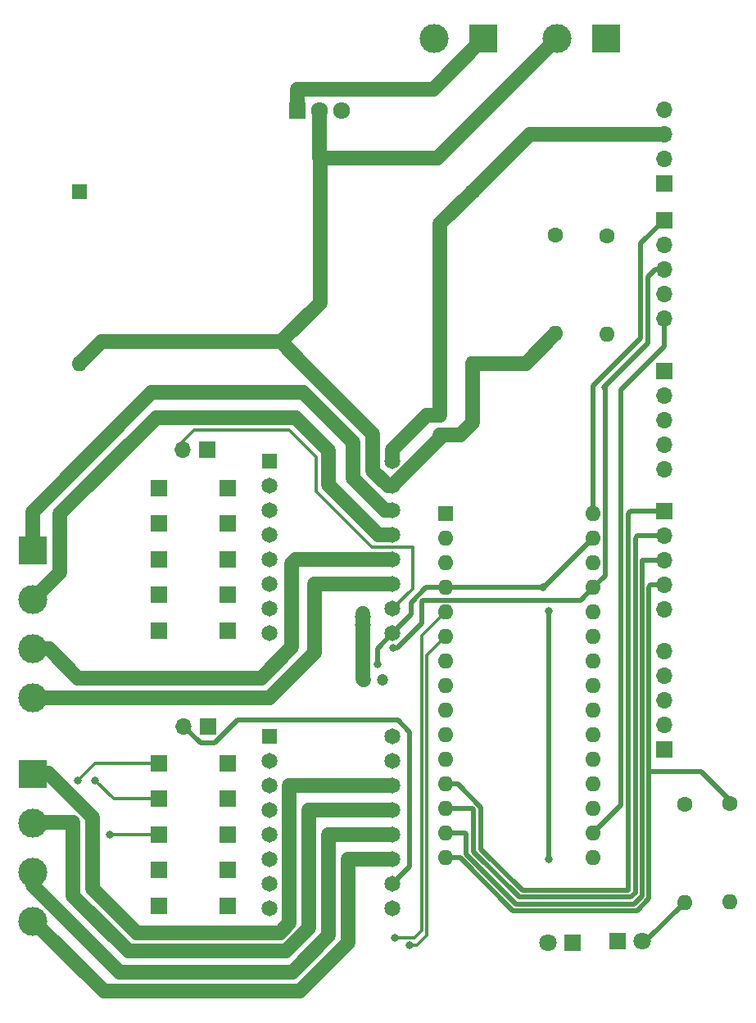
<source format=gbr>
%TF.GenerationSoftware,KiCad,Pcbnew,7.0.8*%
%TF.CreationDate,2024-03-19T23:20:07-04:00*%
%TF.ProjectId,TechDevPCB,54656368-4465-4765-9043-422e6b696361,rev?*%
%TF.SameCoordinates,Original*%
%TF.FileFunction,Copper,L2,Bot*%
%TF.FilePolarity,Positive*%
%FSLAX46Y46*%
G04 Gerber Fmt 4.6, Leading zero omitted, Abs format (unit mm)*
G04 Created by KiCad (PCBNEW 7.0.8) date 2024-03-19 23:20:07*
%MOMM*%
%LPD*%
G01*
G04 APERTURE LIST*
%TA.AperFunction,ComponentPad*%
%ADD10C,1.600000*%
%TD*%
%TA.AperFunction,ComponentPad*%
%ADD11O,1.600000X1.600000*%
%TD*%
%TA.AperFunction,ComponentPad*%
%ADD12R,1.700000X1.700000*%
%TD*%
%TA.AperFunction,ComponentPad*%
%ADD13R,3.000000X3.000000*%
%TD*%
%TA.AperFunction,ComponentPad*%
%ADD14C,3.000000*%
%TD*%
%TA.AperFunction,ComponentPad*%
%ADD15O,1.700000X1.700000*%
%TD*%
%TA.AperFunction,ComponentPad*%
%ADD16R,1.717500X1.800000*%
%TD*%
%TA.AperFunction,ComponentPad*%
%ADD17O,1.717500X1.800000*%
%TD*%
%TA.AperFunction,ComponentPad*%
%ADD18C,1.200000*%
%TD*%
%TA.AperFunction,ComponentPad*%
%ADD19R,1.650000X1.650000*%
%TD*%
%TA.AperFunction,ComponentPad*%
%ADD20C,1.650000*%
%TD*%
%TA.AperFunction,ComponentPad*%
%ADD21R,1.600000X1.600000*%
%TD*%
%TA.AperFunction,ComponentPad*%
%ADD22R,1.800000X1.800000*%
%TD*%
%TA.AperFunction,ComponentPad*%
%ADD23C,1.800000*%
%TD*%
%TA.AperFunction,ViaPad*%
%ADD24C,0.800000*%
%TD*%
%TA.AperFunction,Conductor*%
%ADD25C,0.500000*%
%TD*%
%TA.AperFunction,Conductor*%
%ADD26C,0.300000*%
%TD*%
%TA.AperFunction,Conductor*%
%ADD27C,1.500000*%
%TD*%
G04 APERTURE END LIST*
D10*
%TO.P,R2,1*%
%TO.N,A7*%
X167640000Y-65049400D03*
D11*
%TO.P,R2,2*%
%TO.N,GND2*%
X167640000Y-75209400D03*
%TD*%
D12*
%TO.P,J26,1,Pin_1*%
%TO.N,A1*%
X126669800Y-123317000D03*
%TD*%
D13*
%TO.P,J2,1,Pin_1*%
%TO.N,Net-(J1-Pin_2)*%
X172897800Y-44704000D03*
D14*
%TO.P,J2,2,Pin_2*%
%TO.N,GND2*%
X167817800Y-44704000D03*
%TD*%
D12*
%TO.P,J6,1,Pin_1*%
%TO.N,VIN*%
X178866800Y-63500000D03*
D15*
%TO.P,J6,2,Pin_2*%
%TO.N,+5V*%
X178866800Y-66040000D03*
%TO.P,J6,3,Pin_3*%
X178866800Y-68580000D03*
%TO.P,J6,4,Pin_4*%
%TO.N,+3.3V*%
X178866800Y-71120000D03*
%TO.P,J6,5,Pin_5*%
X178866800Y-73660000D03*
%TD*%
D16*
%TO.P,Q1,1,D*%
%TO.N,Net-(J1-Pin_1)*%
X140970000Y-52120800D03*
D17*
%TO.P,Q1,2,G*%
%TO.N,GND2*%
X143260000Y-52120800D03*
%TO.P,Q1,3,S*%
%TO.N,+BATT*%
X145550000Y-52120800D03*
%TD*%
D12*
%TO.P,J31,1,Pin_1*%
%TO.N,AX2_STEP*%
X133781800Y-130683000D03*
%TD*%
D18*
%TO.P,C1,1*%
%TO.N,+24V*%
X155702000Y-83667600D03*
%TO.P,C1,2*%
%TO.N,GND2*%
X155702000Y-85667600D03*
%TD*%
D12*
%TO.P,J30,1,Pin_1*%
%TO.N,D5*%
X126669800Y-130683000D03*
%TD*%
%TO.P,J8,1,Pin_1*%
%TO.N,D1*%
X178866800Y-79121000D03*
D15*
%TO.P,J8,2,Pin_2*%
%TO.N,D0*%
X178866800Y-81661000D03*
%TO.P,J8,3,Pin_3*%
%TO.N,D6*%
X178866800Y-84201000D03*
%TO.P,J8,4,Pin_4*%
%TO.N,D7*%
X178866800Y-86741000D03*
%TO.P,J8,5,Pin_5*%
%TO.N,D8*%
X178866800Y-89281000D03*
%TD*%
D18*
%TO.P,C2,1*%
%TO.N,+BATT*%
X149783800Y-110998000D03*
%TO.P,C2,2*%
%TO.N,GND2*%
X147783800Y-110998000D03*
%TD*%
D12*
%TO.P,J18,1,Pin_1*%
%TO.N,D3*%
X126669800Y-102235000D03*
%TD*%
D13*
%TO.P,J12,1,Pin_1*%
%TO.N,AX2_B2*%
X113614200Y-120726200D03*
D14*
%TO.P,J12,2,Pin_2*%
%TO.N,AX2_B1*%
X113614200Y-125806200D03*
%TO.P,J12,3,Pin_3*%
%TO.N,AX2_A1*%
X113614200Y-130886200D03*
%TO.P,J12,4,Pin_4*%
%TO.N,AX2_A2*%
X113614200Y-135966200D03*
%TD*%
D12*
%TO.P,J25,1,Pin_1*%
%TO.N,AX2_M2*%
X133781800Y-127000000D03*
%TD*%
%TO.P,J21,1,Pin_1*%
%TO.N,AX1_DIR*%
X133781800Y-105918000D03*
%TD*%
%TO.P,J22,1,Pin_1*%
%TO.N,A0*%
X126669800Y-119634000D03*
%TD*%
%TO.P,J13,1,Pin_1*%
%TO.N,AX1_M0*%
X133781800Y-91186000D03*
%TD*%
%TO.P,J20,1,Pin_1*%
%TO.N,D2*%
X126669800Y-105918000D03*
%TD*%
%TO.P,J19,1,Pin_1*%
%TO.N,AX1_STEP*%
X133781800Y-102235000D03*
%TD*%
%TO.P,J11,1,Pin_1*%
%TO.N,A0*%
X126669800Y-91186000D03*
%TD*%
%TO.P,J5,1,Pin_1*%
%TO.N,AX2_EN*%
X131749800Y-115824000D03*
D15*
%TO.P,J5,2,Pin_2*%
%TO.N,AX2_FLT*%
X129209800Y-115824000D03*
%TD*%
D12*
%TO.P,J16,1,Pin_1*%
%TO.N,A2*%
X126669800Y-98552000D03*
%TD*%
D19*
%TO.P,U2,1,~{EN}*%
%TO.N,AX2_EN*%
X138099800Y-116840000D03*
D20*
%TO.P,U2,2,M0*%
%TO.N,AX2_M0*%
X138099800Y-119380000D03*
%TO.P,U2,3,M1*%
%TO.N,AX2_M1*%
X138099800Y-121920000D03*
%TO.P,U2,4,M2*%
%TO.N,AX2_M2*%
X138099800Y-124460000D03*
%TO.P,U2,5,~{RST}*%
%TO.N,+5V*%
X138099800Y-127000000D03*
%TO.P,U2,6,~{SLP}*%
X138099800Y-129540000D03*
%TO.P,U2,7,STEP*%
%TO.N,AX2_STEP*%
X138099800Y-132080000D03*
%TO.P,U2,8,DIR*%
%TO.N,AX2_DIR*%
X138099800Y-134620000D03*
%TO.P,U2,9,GND*%
%TO.N,GND*%
X150799800Y-134620000D03*
%TO.P,U2,10,~{FLT}*%
%TO.N,AX2_FLT*%
X150799800Y-132080000D03*
%TO.P,U2,11,A2*%
%TO.N,AX2_A2*%
X150799800Y-129540000D03*
%TO.P,U2,12,A1*%
%TO.N,AX2_A1*%
X150799800Y-127000000D03*
%TO.P,U2,13,B1*%
%TO.N,AX2_B1*%
X150799800Y-124460000D03*
%TO.P,U2,14,B2*%
%TO.N,AX2_B2*%
X150799800Y-121920000D03*
%TO.P,U2,15,GND_MOT*%
%TO.N,GND2*%
X150799800Y-119380000D03*
%TO.P,U2,16,VMOT*%
%TO.N,+BATT*%
X150799800Y-116840000D03*
%TD*%
D12*
%TO.P,J10,1,Pin_1*%
%TO.N,A3*%
X178866800Y-118237000D03*
D15*
%TO.P,J10,2,Pin_2*%
%TO.N,A4*%
X178866800Y-115697000D03*
%TO.P,J10,3,Pin_3*%
%TO.N,A5*%
X178866800Y-113157000D03*
%TO.P,J10,4,Pin_4*%
%TO.N,A6*%
X178866800Y-110617000D03*
%TO.P,J10,5,Pin_5*%
%TO.N,A7*%
X178866800Y-108077000D03*
%TD*%
D21*
%TO.P,U3,1,IN*%
%TO.N,+BATT*%
X118392400Y-60539100D03*
D11*
%TO.P,U3,2,GND*%
%TO.N,GND2*%
X159032400Y-78319100D03*
X118392400Y-78319100D03*
D10*
%TO.P,U3,3,OUT*%
%TO.N,+24V*%
X159032400Y-60539100D03*
%TD*%
D22*
%TO.P,D1,1,K*%
%TO.N,GND*%
X174015400Y-138049000D03*
D23*
%TO.P,D1,2,A*%
%TO.N,Net-(D1-A)*%
X176555400Y-138049000D03*
%TD*%
D12*
%TO.P,J9,1,Pin_1*%
%TO.N,D9*%
X178866800Y-93599000D03*
D15*
%TO.P,J9,2,Pin_2*%
%TO.N,D10*%
X178866800Y-96139000D03*
%TO.P,J9,3,Pin_3*%
%TO.N,D11*%
X178866800Y-98679000D03*
%TO.P,J9,4,Pin_4*%
%TO.N,D12*%
X178866800Y-101219000D03*
%TO.P,J9,5,Pin_5*%
%TO.N,D13*%
X178866800Y-103759000D03*
%TD*%
D10*
%TO.P,R1,1*%
%TO.N,+BATT*%
X172923200Y-65100200D03*
D11*
%TO.P,R1,2*%
%TO.N,A7*%
X172923200Y-75260200D03*
%TD*%
D13*
%TO.P,J4,1,Pin_1*%
%TO.N,AX1_B2*%
X113563400Y-97637600D03*
D14*
%TO.P,J4,2,Pin_2*%
%TO.N,AX1_B1*%
X113563400Y-102717600D03*
%TO.P,J4,3,Pin_3*%
%TO.N,AX1_A1*%
X113563400Y-107797600D03*
%TO.P,J4,4,Pin_4*%
%TO.N,AX1_A2*%
X113563400Y-112877600D03*
%TD*%
D13*
%TO.P,J1,1,Pin_1*%
%TO.N,Net-(J1-Pin_1)*%
X160197800Y-44704000D03*
D14*
%TO.P,J1,2,Pin_2*%
%TO.N,Net-(J1-Pin_2)*%
X155117800Y-44704000D03*
%TD*%
D12*
%TO.P,J7,1,Pin_1*%
%TO.N,+BATT*%
X178866800Y-59690000D03*
D15*
%TO.P,J7,2,Pin_2*%
X178866800Y-57150000D03*
%TO.P,J7,3,Pin_3*%
%TO.N,+24V*%
X178866800Y-54610000D03*
%TO.P,J7,4,Pin_4*%
X178866800Y-52070000D03*
%TD*%
D12*
%TO.P,J17,1,Pin_1*%
%TO.N,AX1_M2*%
X133781800Y-98552000D03*
%TD*%
%TO.P,J14,1,Pin_1*%
%TO.N,A1*%
X126669800Y-94869000D03*
%TD*%
D21*
%TO.P,A1,1,D1/TX*%
%TO.N,D1*%
X156260800Y-93853000D03*
D11*
%TO.P,A1,2,D0/RX*%
%TO.N,D0*%
X156260800Y-96393000D03*
%TO.P,A1,3,~{RESET}*%
%TO.N,unconnected-(A1-~{RESET}-Pad3)*%
X156260800Y-98933000D03*
%TO.P,A1,4,GND*%
%TO.N,GND*%
X156260800Y-101473000D03*
%TO.P,A1,5,D2*%
%TO.N,D2*%
X156260800Y-104013000D03*
%TO.P,A1,6,D3*%
%TO.N,D3*%
X156260800Y-106553000D03*
%TO.P,A1,7,D4*%
%TO.N,D4*%
X156260800Y-109093000D03*
%TO.P,A1,8,D5*%
%TO.N,D5*%
X156260800Y-111633000D03*
%TO.P,A1,9,D6*%
%TO.N,D6*%
X156260800Y-114173000D03*
%TO.P,A1,10,D7*%
%TO.N,D7*%
X156260800Y-116713000D03*
%TO.P,A1,11,D8*%
%TO.N,D8*%
X156260800Y-119253000D03*
%TO.P,A1,12,D9*%
%TO.N,D9*%
X156260800Y-121793000D03*
%TO.P,A1,13,D10*%
%TO.N,D10*%
X156260800Y-124333000D03*
%TO.P,A1,14,D11*%
%TO.N,D11*%
X156260800Y-126873000D03*
%TO.P,A1,15,D12*%
%TO.N,D12*%
X156260800Y-129413000D03*
%TO.P,A1,16,D13*%
%TO.N,D13*%
X171500800Y-129413000D03*
%TO.P,A1,17,3V3*%
%TO.N,+3.3V*%
X171500800Y-126873000D03*
%TO.P,A1,18,AREF*%
%TO.N,unconnected-(A1-AREF-Pad18)*%
X171500800Y-124333000D03*
%TO.P,A1,19,A0*%
%TO.N,A0*%
X171500800Y-121793000D03*
%TO.P,A1,20,A1*%
%TO.N,A1*%
X171500800Y-119253000D03*
%TO.P,A1,21,A2*%
%TO.N,A2*%
X171500800Y-116713000D03*
%TO.P,A1,22,A3*%
%TO.N,A3*%
X171500800Y-114173000D03*
%TO.P,A1,23,A4*%
%TO.N,A4*%
X171500800Y-111633000D03*
%TO.P,A1,24,A5*%
%TO.N,A5*%
X171500800Y-109093000D03*
%TO.P,A1,25,A6*%
%TO.N,A6*%
X171500800Y-106553000D03*
%TO.P,A1,26,A7*%
%TO.N,A7*%
X171500800Y-104013000D03*
%TO.P,A1,27,+5V*%
%TO.N,+5V*%
X171500800Y-101473000D03*
%TO.P,A1,28,~{RESET}*%
%TO.N,unconnected-(A1-~{RESET}-Pad28)*%
X171500800Y-98933000D03*
%TO.P,A1,29,GND*%
%TO.N,GND*%
X171500800Y-96393000D03*
%TO.P,A1,30,VIN*%
%TO.N,VIN*%
X171500800Y-93853000D03*
%TD*%
D12*
%TO.P,J28,1,Pin_1*%
%TO.N,D4*%
X126669800Y-134366000D03*
%TD*%
D10*
%TO.P,R3,1*%
%TO.N,D13*%
X180975000Y-123850400D03*
D11*
%TO.P,R3,2*%
%TO.N,Net-(D1-A)*%
X180975000Y-134010400D03*
%TD*%
D12*
%TO.P,J3,1,Pin_1*%
%TO.N,AX1_EN*%
X131622800Y-87249000D03*
D15*
%TO.P,J3,2,Pin_2*%
%TO.N,AX1_FLT*%
X129082800Y-87249000D03*
%TD*%
D12*
%TO.P,J27,1,Pin_1*%
%TO.N,AX2_M1*%
X133781800Y-123317000D03*
%TD*%
%TO.P,J29,1,Pin_1*%
%TO.N,AX2_DIR*%
X133781800Y-134366000D03*
%TD*%
D22*
%TO.P,D2,1,K*%
%TO.N,GND*%
X169392600Y-138176000D03*
D23*
%TO.P,D2,2,A*%
%TO.N,Net-(D2-A)*%
X166852600Y-138176000D03*
%TD*%
D19*
%TO.P,U1,1,~{EN}*%
%TO.N,AX1_EN*%
X138099800Y-88392000D03*
D20*
%TO.P,U1,2,M0*%
%TO.N,AX1_M0*%
X138099800Y-90932000D03*
%TO.P,U1,3,M1*%
%TO.N,AX1_M1*%
X138099800Y-93472000D03*
%TO.P,U1,4,M2*%
%TO.N,AX1_M2*%
X138099800Y-96012000D03*
%TO.P,U1,5,~{RST}*%
%TO.N,+5V*%
X138099800Y-98552000D03*
%TO.P,U1,6,~{SLP}*%
X138099800Y-101092000D03*
%TO.P,U1,7,STEP*%
%TO.N,AX1_STEP*%
X138099800Y-103632000D03*
%TO.P,U1,8,DIR*%
%TO.N,AX1_DIR*%
X138099800Y-106172000D03*
%TO.P,U1,9,GND*%
%TO.N,GND*%
X150799800Y-106172000D03*
%TO.P,U1,10,~{FLT}*%
%TO.N,AX1_FLT*%
X150799800Y-103632000D03*
%TO.P,U1,11,A2*%
%TO.N,AX1_A2*%
X150799800Y-101092000D03*
%TO.P,U1,12,A1*%
%TO.N,AX1_A1*%
X150799800Y-98552000D03*
%TO.P,U1,13,B1*%
%TO.N,AX1_B1*%
X150799800Y-96012000D03*
%TO.P,U1,14,B2*%
%TO.N,AX1_B2*%
X150799800Y-93472000D03*
%TO.P,U1,15,GND_MOT*%
%TO.N,GND2*%
X150799800Y-90932000D03*
%TO.P,U1,16,VMOT*%
%TO.N,+24V*%
X150799800Y-88392000D03*
%TD*%
D12*
%TO.P,J23,1,Pin_1*%
%TO.N,AX2_M0*%
X133781800Y-119634000D03*
%TD*%
D10*
%TO.P,R4,1*%
%TO.N,D12*%
X185674000Y-123799600D03*
D11*
%TO.P,R4,2*%
%TO.N,Net-(D2-A)*%
X185674000Y-133959600D03*
%TD*%
D12*
%TO.P,J15,1,Pin_1*%
%TO.N,AX1_M1*%
X133781800Y-94869000D03*
%TD*%
%TO.P,J24,1,Pin_1*%
%TO.N,A2*%
X126669800Y-127000000D03*
%TD*%
D24*
%TO.N,GND*%
X166954200Y-103886000D03*
X166954200Y-129514600D03*
X166370000Y-101473000D03*
X149199600Y-109372400D03*
%TO.N,D2*%
X151053800Y-137680500D03*
%TO.N,D3*%
X152527000Y-138430000D03*
%TO.N,A0*%
X118287800Y-121412000D03*
%TO.N,A1*%
X120065800Y-121412000D03*
%TO.N,A2*%
X121589800Y-127000000D03*
%TO.N,+5V*%
X150850600Y-107721400D03*
%TO.N,GND2*%
X148132800Y-105333800D03*
X147320000Y-104521000D03*
X147320000Y-105333800D03*
X148132800Y-104521000D03*
%TD*%
D25*
%TO.N,GND*%
X166370000Y-101473000D02*
X166420800Y-101473000D01*
X156260800Y-101473000D02*
X166370000Y-101473000D01*
X152704800Y-103023050D02*
X152704800Y-104267000D01*
X154254850Y-101473000D02*
X152704800Y-103023050D01*
X149199600Y-109372400D02*
X149199600Y-107772200D01*
X166420800Y-101473000D02*
X171500800Y-96393000D01*
X156260800Y-101473000D02*
X154254850Y-101473000D01*
X166954200Y-103886000D02*
X166954200Y-103784400D01*
X152704800Y-104267000D02*
X150799800Y-106172000D01*
X149199600Y-107772200D02*
X150799800Y-106172000D01*
X166954200Y-129514600D02*
X166954200Y-103886000D01*
D26*
%TO.N,D2*%
X151053800Y-137680500D02*
X153073300Y-137680500D01*
X153847800Y-136906000D02*
X153847800Y-106426000D01*
X153073300Y-137680500D02*
X153847800Y-136906000D01*
X153847800Y-106426000D02*
X156260800Y-104013000D01*
%TO.N,D3*%
X154355800Y-108458000D02*
X156260800Y-106553000D01*
X154355800Y-137377608D02*
X153303408Y-138430000D01*
X154355800Y-137377608D02*
X154355800Y-108458000D01*
X153303408Y-138430000D02*
X152527000Y-138430000D01*
D25*
%TO.N,D9*%
X164193800Y-132774000D02*
X175124800Y-132774000D01*
X175183800Y-132715000D02*
X175183800Y-93853000D01*
X159943800Y-124232051D02*
X159943800Y-128524000D01*
X175124800Y-132774000D02*
X175183800Y-132715000D01*
X175183800Y-93853000D02*
X175437800Y-93599000D01*
X159943800Y-128524000D02*
X164193800Y-132774000D01*
X157504749Y-121793000D02*
X159943800Y-124232051D01*
X156260800Y-121793000D02*
X157504749Y-121793000D01*
X175437800Y-93599000D02*
X178866800Y-93599000D01*
%TO.N,D10*%
X176072800Y-96139000D02*
X178866800Y-96139000D01*
X175883800Y-96328000D02*
X176072800Y-96139000D01*
X159181800Y-128778000D02*
X163877800Y-133474000D01*
X175437800Y-133474000D02*
X175883800Y-133028000D01*
X156260800Y-124333000D02*
X159054800Y-124333000D01*
X175883800Y-133028000D02*
X175883800Y-96328000D01*
X159054800Y-124333000D02*
X159181800Y-124460000D01*
X159181800Y-124460000D02*
X159181800Y-128778000D01*
X163877800Y-133474000D02*
X175437800Y-133474000D01*
%TO.N,D11*%
X156260800Y-126873000D02*
X158292800Y-126873000D01*
X158419800Y-129032000D02*
X163561800Y-134174000D01*
X175756800Y-134174000D02*
X176583800Y-133347000D01*
X163561800Y-134174000D02*
X175756800Y-134174000D01*
X158419800Y-127000000D02*
X158419800Y-129032000D01*
X176583800Y-133347000D02*
X176583800Y-98679000D01*
X176583800Y-98679000D02*
X178866800Y-98679000D01*
X158292800Y-126873000D02*
X158419800Y-127000000D01*
%TO.N,D12*%
X178866800Y-101219000D02*
X177469800Y-101219000D01*
X176046750Y-134874000D02*
X163245800Y-134874000D01*
X157784800Y-129413000D02*
X156260800Y-129413000D01*
X185674000Y-123444000D02*
X185674000Y-123799600D01*
X177283800Y-120472200D02*
X177283800Y-133636950D01*
X182702200Y-120472200D02*
X185674000Y-123444000D01*
X177283800Y-120472200D02*
X182702200Y-120472200D01*
X177283800Y-133636950D02*
X176046750Y-134874000D01*
X163245800Y-134874000D02*
X157784800Y-129413000D01*
X177469800Y-101219000D02*
X177283800Y-101405000D01*
X177283800Y-101405000D02*
X177283800Y-120472200D01*
%TO.N,+3.3V*%
X178866800Y-73660000D02*
X178866800Y-76581000D01*
X174421800Y-123952000D02*
X171500800Y-126873000D01*
X178866800Y-76581000D02*
X174421800Y-81026000D01*
X174421800Y-81026000D02*
X174421800Y-123952000D01*
D26*
%TO.N,A0*%
X126669800Y-119634000D02*
X120065800Y-119634000D01*
X120065800Y-119634000D02*
X118287800Y-121412000D01*
%TO.N,A1*%
X121970800Y-123317000D02*
X120065800Y-121412000D01*
X126669800Y-123317000D02*
X121970800Y-123317000D01*
%TO.N,A2*%
X126669800Y-127000000D02*
X121589800Y-127000000D01*
D25*
%TO.N,+5V*%
X150876000Y-107696000D02*
X150850600Y-107721400D01*
X153847800Y-105156000D02*
X151307800Y-107696000D01*
X172750800Y-100223000D02*
X172750800Y-80879000D01*
X171500800Y-101473000D02*
X170210800Y-102763000D01*
X177215800Y-76200000D02*
X177215800Y-69342000D01*
X153954800Y-102763000D02*
X153847800Y-102870000D01*
X153847800Y-102870000D02*
X153847800Y-105156000D01*
X172750800Y-80879000D02*
X172643800Y-80772000D01*
X172643800Y-80772000D02*
X177215800Y-76200000D01*
X151307800Y-107696000D02*
X150876000Y-107696000D01*
X150850600Y-107721400D02*
X150825200Y-107696000D01*
X177977800Y-68580000D02*
X178866800Y-68580000D01*
X177215800Y-69342000D02*
X177977800Y-68580000D01*
X171500800Y-101473000D02*
X172750800Y-100223000D01*
X170210800Y-102763000D02*
X153954800Y-102763000D01*
%TO.N,VIN*%
X176453800Y-65913000D02*
X178866800Y-63500000D01*
X171500800Y-80645000D02*
X176453800Y-75692000D01*
X171500800Y-93853000D02*
X171500800Y-80645000D01*
X176453800Y-75692000D02*
X176453800Y-65913000D01*
D27*
%TO.N,+24V*%
X155702000Y-63869500D02*
X159032400Y-60539100D01*
X159032400Y-60539100D02*
X164961500Y-54610000D01*
X154355800Y-83667600D02*
X150799800Y-87223600D01*
X155702000Y-83667600D02*
X155702000Y-63869500D01*
X150799800Y-87223600D02*
X150799800Y-88392000D01*
X155702000Y-83667600D02*
X154355800Y-83667600D01*
X164961500Y-54610000D02*
X178866800Y-54610000D01*
%TO.N,GND2*%
X118429300Y-78319100D02*
X118392400Y-78319100D01*
X141655800Y-78486000D02*
X139238800Y-76069000D01*
X139238800Y-76069000D02*
X120679400Y-76069000D01*
X157791400Y-85667600D02*
X159032400Y-84426600D01*
X120679400Y-76069000D02*
X118429300Y-78319100D01*
X150310410Y-90932000D02*
X150799800Y-90932000D01*
X147726400Y-104140000D02*
X147726400Y-104927400D01*
X143281400Y-72026400D02*
X143281400Y-57099200D01*
X141655800Y-78486000D02*
X148767800Y-85598000D01*
X139238800Y-76069000D02*
X143281400Y-72026400D01*
X155422600Y-57099200D02*
X143281400Y-57099200D01*
X147726400Y-104140000D02*
X147726400Y-110940600D01*
X148767800Y-85598000D02*
X148767800Y-89389390D01*
X159032400Y-84426600D02*
X159032400Y-78319100D01*
X143281400Y-57099200D02*
X143260000Y-57077800D01*
X159032400Y-78319100D02*
X164530300Y-78319100D01*
X155702000Y-85667600D02*
X157791400Y-85667600D01*
X147726400Y-110940600D02*
X147783800Y-110998000D01*
X155702000Y-86029800D02*
X150799800Y-90932000D01*
X143260000Y-57077800D02*
X143260000Y-52120800D01*
X164530300Y-78319100D02*
X167640000Y-75209400D01*
X148767800Y-89389390D02*
X150310410Y-90932000D01*
X167817800Y-44704000D02*
X155422600Y-57099200D01*
X155702000Y-85667600D02*
X155702000Y-86029800D01*
D26*
%TO.N,AX1_FLT*%
X148640800Y-97256600D02*
X142875000Y-91490800D01*
X140055600Y-85191600D02*
X130251200Y-85191600D01*
X142875000Y-88011000D02*
X140055600Y-85191600D01*
X142875000Y-91490800D02*
X142875000Y-88011000D01*
X152857200Y-101574600D02*
X152857200Y-97256600D01*
X152857200Y-97256600D02*
X148640800Y-97256600D01*
X129082800Y-86360000D02*
X129082800Y-87249000D01*
X150799800Y-103632000D02*
X152857200Y-101574600D01*
X130251200Y-85191600D02*
X129082800Y-86360000D01*
D27*
%TO.N,AX2_B2*%
X150799800Y-121920000D02*
X140131800Y-121920000D01*
X140131800Y-121920000D02*
X140131800Y-136144000D01*
X124358400Y-137134600D02*
X119811800Y-132588000D01*
X113690400Y-120650000D02*
X113614200Y-120726200D01*
X119811800Y-132588000D02*
X119811800Y-125222000D01*
X119811800Y-125222000D02*
X115239800Y-120650000D01*
X139141200Y-137134600D02*
X124358400Y-137134600D01*
X115239800Y-120650000D02*
X113690400Y-120650000D01*
X140131800Y-136144000D02*
X139141200Y-137134600D01*
%TO.N,AX2_B1*%
X150799800Y-124460000D02*
X142163800Y-124460000D01*
X142163800Y-124460000D02*
X142163800Y-136652000D01*
X123494800Y-139065000D02*
X117779800Y-133350000D01*
X142163800Y-136652000D02*
X139750800Y-139065000D01*
X139750800Y-139065000D02*
X123494800Y-139065000D01*
X117779800Y-125730000D02*
X113690400Y-125730000D01*
X113690400Y-125730000D02*
X113614200Y-125806200D01*
X117779800Y-133350000D02*
X117779800Y-125730000D01*
%TO.N,AX2_A2*%
X120929400Y-143205200D02*
X141198600Y-143205200D01*
X141198600Y-143205200D02*
X146227800Y-138176000D01*
X113690400Y-135966200D02*
X120929400Y-143205200D01*
X113614200Y-135966200D02*
X113690400Y-135966200D01*
X146227800Y-129540000D02*
X150799800Y-129540000D01*
X146227800Y-138176000D02*
X146227800Y-129540000D01*
%TO.N,AX2_A1*%
X144195800Y-137414000D02*
X140409400Y-141200400D01*
X140409400Y-141200400D02*
X122582200Y-141200400D01*
X144195800Y-127000000D02*
X144195800Y-137414000D01*
X150799800Y-127000000D02*
X144195800Y-127000000D01*
X113614200Y-132232400D02*
X113614200Y-130886200D01*
X122582200Y-141200400D02*
X113614200Y-132232400D01*
D25*
%TO.N,AX2_FLT*%
X152577800Y-116408200D02*
X151358600Y-115189000D01*
X151358600Y-115189000D02*
X134721600Y-115189000D01*
X132359400Y-117551200D02*
X130937000Y-117551200D01*
X130937000Y-117551200D02*
X129209800Y-115824000D01*
X152577800Y-130302000D02*
X152577800Y-116408200D01*
X150799800Y-132080000D02*
X152577800Y-130302000D01*
X134721600Y-115189000D02*
X132359400Y-117551200D01*
D27*
%TO.N,AX1_B2*%
X146685000Y-90182200D02*
X146685000Y-86461600D01*
X150799800Y-93472000D02*
X149974800Y-93472000D01*
X141528800Y-81305400D02*
X125882400Y-81305400D01*
X113563400Y-93624400D02*
X113563400Y-97637600D01*
X149974800Y-93472000D02*
X146685000Y-90182200D01*
X125882400Y-81305400D02*
X113563400Y-93624400D01*
X146685000Y-86461600D02*
X141528800Y-81305400D01*
%TO.N,AX1_B1*%
X149326600Y-96012000D02*
X144145000Y-90830400D01*
X116408200Y-99872800D02*
X113563400Y-102717600D01*
X126339600Y-83896200D02*
X116408200Y-93827600D01*
X144145000Y-90830400D02*
X144145000Y-87299800D01*
X150799800Y-96012000D02*
X149326600Y-96012000D01*
X144145000Y-87299800D02*
X140741400Y-83896200D01*
X116408200Y-93827600D02*
X116408200Y-99872800D01*
X140741400Y-83896200D02*
X126339600Y-83896200D01*
%TO.N,AX1_A2*%
X138023600Y-112877600D02*
X113563400Y-112877600D01*
X142697200Y-108204000D02*
X138023600Y-112877600D01*
X150799800Y-101092000D02*
X142697200Y-101092000D01*
X142697200Y-101092000D02*
X142697200Y-108204000D01*
%TO.N,AX1_A1*%
X115265200Y-107797600D02*
X113563400Y-107797600D01*
X140385800Y-98958400D02*
X140385800Y-107619800D01*
X118262400Y-110794800D02*
X115265200Y-107797600D01*
X140792200Y-98552000D02*
X140385800Y-98958400D01*
X137210800Y-110794800D02*
X118262400Y-110794800D01*
X140385800Y-107619800D02*
X137210800Y-110794800D01*
X150799800Y-98552000D02*
X140792200Y-98552000D01*
%TO.N,Net-(J1-Pin_1)*%
X154957400Y-49944400D02*
X160197800Y-44704000D01*
X141003400Y-49944400D02*
X154957400Y-49944400D01*
X140970000Y-49977800D02*
X141003400Y-49944400D01*
X140970000Y-52120800D02*
X140970000Y-49977800D01*
D25*
%TO.N,Net-(D1-A)*%
X176936400Y-138049000D02*
X176555400Y-138049000D01*
X180975000Y-134010400D02*
X176936400Y-138049000D01*
%TD*%
M02*

</source>
